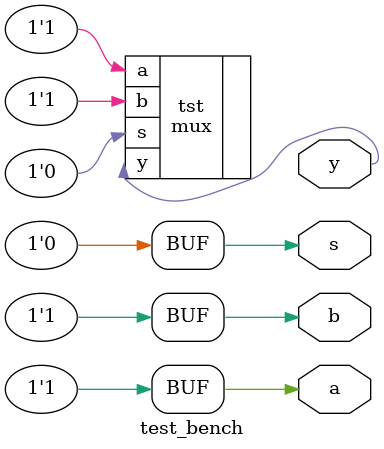
<source format=v>
module test_bench(a,b,s,y);
	output a,b,s,y;
	reg a=0,b=0,s=0;
	wire y;
	mux tst(.a(a),.b(b),.s(s),.y(y));
	initial
	begin
		    s<=1;
		    a<=1;
		    b<=1;
		
#10 s<=0;

	end
endmodule
</source>
